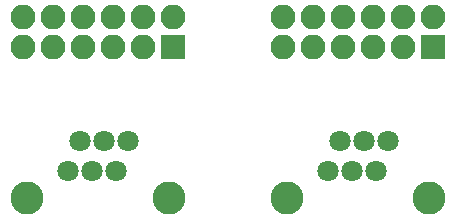
<source format=gbs>
%MOIN*%
%OFA0B0*%
%FSLAX46Y46*%
%IPPOS*%
%LPD*%
%ADD10C,0.0039370078740157488*%
%ADD11C,0.11023622047244094*%
%ADD12C,0.070866141732283464*%
%ADD13R,0.082677165354330714X0.082677165354330714*%
%ADD14O,0.082677165354330714X0.082677165354330714*%
%ADD25C,0.0039370078740157488*%
%ADD26C,0.11023622047244094*%
%ADD27C,0.070866141732283464*%
%ADD28R,0.082677165354330714X0.082677165354330714*%
%ADD29O,0.082677165354330714X0.082677165354330714*%
%LPD*%
G01*
D10*
D11*
X0000944881Y0001141732D02*
X0000700496Y0000328381D03*
X0000228055Y0000328381D03*
D12*
X0000564669Y0000518932D03*
X0000484354Y0000518932D03*
X0000404039Y0000518932D03*
X0000524511Y0000418932D03*
X0000444196Y0000418932D03*
X0000363881Y0000418932D03*
D13*
X0000714881Y0000831732D03*
D14*
X0000714881Y0000931732D03*
X0000614881Y0000831732D03*
X0000614881Y0000931732D03*
X0000514881Y0000831732D03*
X0000514881Y0000931732D03*
X0000414881Y0000831732D03*
X0000414881Y0000931732D03*
X0000314881Y0000831732D03*
X0000314881Y0000931732D03*
X0000214881Y0000831732D03*
X0000214881Y0000931732D03*
G04 next file*
%LPD*%
G04 Gerber Fmt 4.6, Leading zero omitted, Abs format (unit mm)*
G04 Created by KiCad (PCBNEW 4.0.7) date 10/04/17 14:57:39*
G01*
G04 APERTURE LIST*
G04 APERTURE END LIST*
D25*
D26*
X0001811023Y0001141732D02*
X0001566637Y0000328381D03*
X0001094196Y0000328381D03*
D27*
X0001430811Y0000518932D03*
X0001350496Y0000518932D03*
X0001270181Y0000518932D03*
X0001390653Y0000418932D03*
X0001310338Y0000418932D03*
X0001230023Y0000418932D03*
D28*
X0001581023Y0000831732D03*
D29*
X0001581023Y0000931732D03*
X0001481023Y0000831732D03*
X0001481023Y0000931732D03*
X0001381023Y0000831732D03*
X0001381023Y0000931732D03*
X0001281023Y0000831732D03*
X0001281023Y0000931732D03*
X0001181023Y0000831732D03*
X0001181023Y0000931732D03*
X0001081023Y0000831732D03*
X0001081023Y0000931732D03*
M02*
</source>
